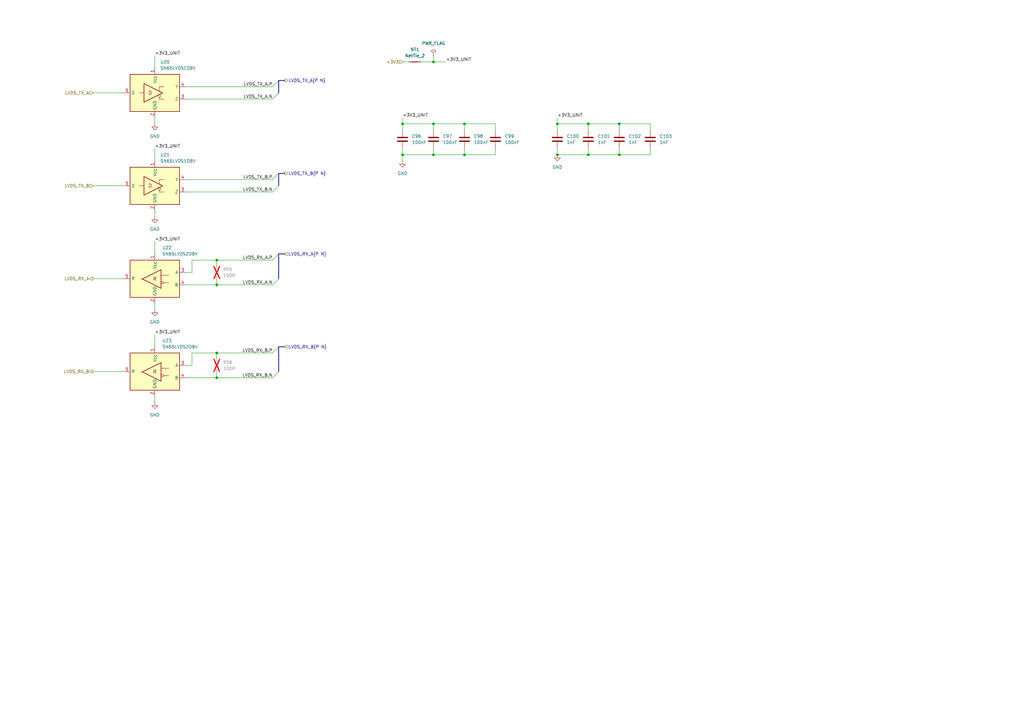
<source format=kicad_sch>
(kicad_sch (version 20231120) (generator "eeschema") (generator_version "8.0")
  (paper "A3")
  (title_block (title "CubeSat RP2040 Board") (date "2024-08-28") (rev "1") (company "Magnus Oksbøl Therkelsen") (comment 1 "Author: Magnus Oksbøl Therkelsen") (comment 2 "Checked by: "))
  (lib_symbols
    (symbol "Device:C" (pin_numbers hide) (pin_names (offset 0.254))
      (property "Reference" "C" (at 0.635 2.54 0))
      (property "Value" "C" (at 0.635 -2.54 0))
      (symbol "C_0_1"
        (polyline (pts (xy -2.032 -0.762) (xy 2.032 -0.762)) (stroke (width 0.508)))
        (polyline (pts (xy -2.032 0.762) (xy 2.032 0.762)) (stroke (width 0.508)))
      )
      (symbol "C_1_1"
        (pin passive line (at 0 3.81 270) (length 2.794) (name "~") (number "1"))
        (pin passive line (at 0 -3.81 90) (length 2.794) (name "~") (number "2"))
      )
    )
    (symbol "Device:NetTie_2" (pin_numbers hide) (pin_names (offset 0) hide) (in_bom no)
      (property "Reference" "NT" (at 0 1.27 0))
      (property "Value" "NetTie_2" (at 0 -1.27 0))
      (symbol "NetTie_2_0_1"
        (polyline (pts (xy -1.27 0) (xy 1.27 0)) (stroke (width 0.254)))
      )
      (symbol "NetTie_2_1_1"
        (pin passive line (at -2.54 0 0) (length 2.54) (name "1") (number "1"))
        (pin passive line (at 2.54 0 180) (length 2.54) (name "2") (number "2"))
      )
    )
    (symbol "Device:R_Small" (pin_numbers hide) (pin_names (offset 0.254) hide)
      (property "Reference" "R" (at 0.762 0.508 0))
      (property "Value" "R_Small" (at 0.762 -1.016 0))
      (symbol "R_Small_0_1"
        (rectangle (start -0.762 1.778) (end 0.762 -1.778) (stroke (width 0.2032)))
      )
      (symbol "R_Small_1_1"
        (pin passive line (at 0 2.54 270) (length 0.762) (name "~") (number "1"))
        (pin passive line (at 0 -2.54 90) (length 0.762) (name "~") (number "2"))
      )
    )
    (symbol "Interface:SN65LVDS1DBV"
      (property "Reference" "U" (at -8.89 8.89 0))
      (property "Value" "SN65LVDS1DBV" (at 1.27 8.89 0))
      (symbol "SN65LVDS1DBV_1_0"
        (rectangle (start -10.16 7.62) (end 10.16 -7.62) (stroke (width 0.254)) (fill (type background)))
        (polyline (pts (xy 1.905 -1.778) (xy 1.905 -2.54)))
        (polyline (pts (xy 1.905 0.635) (xy 1.905 2.54)))
        (circle (center 1.905 -1.27) (radius 0.508))
        (text "D" (at -1.905 0 0) (effects (font (size 1.524 1.524))))
      )
      (symbol "SN65LVDS1DBV_1_1"
        (polyline (pts (xy -6.35 0) (xy -4.445 0)))
        (polyline (pts (xy 1.905 -2.54) (xy 3.81 -2.54)))
        (polyline (pts (xy 3.81 2.54) (xy 1.905 2.54)))
        (polyline (pts (xy -4.445 -3.81) (xy -4.445 3.81) (xy 3.175 0) (xy -4.445 -3.81)) (stroke (width 0.254)))
        (pin power_in line (at 0 10.16 270) (length 2.54) (name "V_{CC}") (number "1"))
        (pin power_in line (at 0 -10.16 90) (length 2.54) (name "GND") (number "2"))
        (pin output line (at 12.7 -2.54 180) (length 2.54) (name "Z") (number "3"))
        (pin output line (at 12.7 2.54 180) (length 2.54) (name "Y") (number "4"))
        (pin input line (at -12.7 0 0) (length 2.54) (name "D") (number "5"))
      )
    )
    (symbol "Interface:SN65LVDS2DBV"
      (property "Reference" "U" (at -8.89 8.89 0))
      (property "Value" "SN65LVDS2DBV" (at 1.27 8.89 0))
      (symbol "SN65LVDS2DBV_1_0"
        (rectangle (start -10.16 7.62) (end 10.16 -7.62) (stroke (width 0.254)) (fill (type background)))
        (circle (center -3.175 -1.651) (radius 0.508))
        (text "R" (at 0 -0.127 0) (effects (font (size 1.524 1.524))))
      )
      (symbol "SN65LVDS2DBV_1_1"
        (polyline (pts (xy -5.715 -1.651) (xy -3.81 -1.651)))
        (polyline (pts (xy -5.715 1.397) (xy -2.667 1.397)))
        (polyline (pts (xy 5.842 -0.127) (xy 5.08 -0.127)))
        (polyline (pts (xy -2.54 -3.937) (xy -2.54 3.683) (xy 5.08 -0.127) (xy -2.54 -3.937)) (stroke (width 0.254)))
        (pin power_in line (at 0 10.16 270) (length 2.54) (name "V_{CC}") (number "1"))
        (pin power_in line (at 0 -10.16 90) (length 2.54) (name "GND") (number "2"))
        (pin input line (at -12.7 2.54 0) (length 2.54) (name "A") (number "3"))
        (pin input line (at -12.7 -2.54 0) (length 2.54) (name "B") (number "4"))
        (pin output line (at 12.7 0 180) (length 2.54) (name "R") (number "5"))
      )
    )
    (symbol "power:GND" (power) (pin_numbers hide) (pin_names (offset 0) hide)
      (property "Value" "GND" (at 0 -3.81 0))
      (symbol "GND_0_1"
        (polyline (pts (xy 0 0) (xy 0 -1.27) (xy 1.27 -1.27) (xy 0 -2.54) (xy -1.27 -1.27) (xy 0 -1.27)))
      )
      (symbol "GND_1_1"
        (pin power_in line (at 0 0 270) (length 0) (name "~") (number "1"))
      )
    )
    (symbol "power:PWR_FLAG" (power) (pin_numbers hide) (pin_names (offset 0) hide)
      (property "Value" "PWR_FLAG" (at 0 3.81 0))
      (symbol "PWR_FLAG_0_0"
        (pin power_out line (at 0 0 90) (length 0) (name "~") (number "1"))
      )
      (symbol "PWR_FLAG_0_1"
        (polyline (pts (xy 0 0) (xy 0 1.27) (xy -1.016 1.905) (xy 0 2.54) (xy 1.016 1.905) (xy 0 1.27)))
      )
    )
  )
  (junction (at 165.1 63.5))
  (junction (at 190.5 50.8))
  (junction (at 165.1 50.8))
  (junction (at 88.9 116.84))
  (junction (at 88.9 106.68))
  (junction (at 254 63.5))
  (junction (at 88.9 154.94))
  (junction (at 241.3 50.8))
  (junction (at 88.9 144.78))
  (junction (at 177.8 50.8))
  (junction (at 228.6 63.5))
  (junction (at 177.8 63.5))
  (junction (at 254 50.8))
  (junction (at 177.8 25.4))
  (junction (at 190.5 63.5))
  (junction (at 228.6 50.8))
  (junction (at 241.3 63.5))
  (bus_entry (at 111.76 106.68) (size 2.54 -2.54))
  (bus_entry (at 111.76 35.56) (size 2.54 -2.54))
  (bus_entry (at 111.76 154.94) (size 2.54 -2.54))
  (bus_entry (at 111.76 40.64) (size 2.54 -2.54))
  (bus_entry (at 111.76 73.66) (size 2.54 -2.54))
  (bus_entry (at 111.76 116.84) (size 2.54 -2.54))
  (bus_entry (at 111.76 78.74) (size 2.54 -2.54))
  (bus_entry (at 111.76 144.78) (size 2.54 -2.54))
  (wire (pts (xy 177.8 50.8) (xy 177.8 53.34)))
  (bus (pts (xy 114.3 76.2) (xy 114.3 71.12)))
  (wire (pts (xy 266.7 53.34) (xy 266.7 50.8)))
  (wire (pts (xy 254 60.96) (xy 254 63.5)))
  (wire (pts (xy 203.2 60.96) (xy 203.2 63.5)))
  (wire (pts (xy 88.9 144.78) (xy 88.9 147.32)))
  (wire (pts (xy 78.74 149.86) (xy 78.74 144.78)))
  (wire (pts (xy 88.9 152.4) (xy 88.9 154.94)))
  (wire (pts (xy 203.2 53.34) (xy 203.2 50.8)))
  (wire (pts (xy 76.2 149.86) (xy 78.74 149.86)))
  (wire (pts (xy 165.1 25.4) (xy 167.64 25.4)))
  (wire (pts (xy 172.72 25.4) (xy 177.8 25.4)))
  (wire (pts (xy 241.3 50.8) (xy 228.6 50.8)))
  (wire (pts (xy 63.5 60.96) (xy 63.5 66.04)))
  (wire (pts (xy 63.5 86.36) (xy 63.5 88.9)))
  (wire (pts (xy 228.6 50.8) (xy 228.6 53.34)))
  (wire (pts (xy 38.1 76.2) (xy 50.8 76.2)))
  (wire (pts (xy 241.3 50.8) (xy 241.3 53.34)))
  (wire (pts (xy 190.5 60.96) (xy 190.5 63.5)))
  (wire (pts (xy 63.5 162.56) (xy 63.5 165.1)))
  (wire (pts (xy 266.7 50.8) (xy 254 50.8)))
  (wire (pts (xy 78.74 111.76) (xy 78.74 106.68)))
  (wire (pts (xy 38.1 38.1) (xy 50.8 38.1)))
  (wire (pts (xy 78.74 106.68) (xy 88.9 106.68)))
  (wire (pts (xy 63.5 22.86) (xy 63.5 27.94)))
  (wire (pts (xy 177.8 22.86) (xy 177.8 25.4)))
  (wire (pts (xy 88.9 144.78) (xy 111.76 144.78)))
  (wire (pts (xy 228.6 63.5) (xy 241.3 63.5)))
  (wire (pts (xy 165.1 50.8) (xy 165.1 53.34)))
  (wire (pts (xy 190.5 50.8) (xy 177.8 50.8)))
  (wire (pts (xy 76.2 154.94) (xy 88.9 154.94)))
  (wire (pts (xy 88.9 106.68) (xy 111.76 106.68)))
  (wire (pts (xy 88.9 114.3) (xy 88.9 116.84)))
  (bus (pts (xy 114.3 114.3) (xy 114.3 104.14)))
  (bus (pts (xy 114.3 152.4) (xy 114.3 142.24)))
  (wire (pts (xy 266.7 63.5) (xy 266.7 60.96)))
  (wire (pts (xy 63.5 124.46) (xy 63.5 127)))
  (wire (pts (xy 177.8 63.5) (xy 165.1 63.5)))
  (wire (pts (xy 63.5 99.06) (xy 63.5 104.14)))
  (wire (pts (xy 165.1 60.96) (xy 165.1 63.5)))
  (wire (pts (xy 190.5 50.8) (xy 190.5 53.34)))
  (bus (pts (xy 114.3 142.24) (xy 116.84 142.24)))
  (wire (pts (xy 241.3 60.96) (xy 241.3 63.5)))
  (bus (pts (xy 114.3 38.1) (xy 114.3 33.02)))
  (wire (pts (xy 63.5 137.16) (xy 63.5 142.24)))
  (wire (pts (xy 177.8 50.8) (xy 165.1 50.8)))
  (wire (pts (xy 165.1 48.26) (xy 165.1 50.8)))
  (bus (pts (xy 114.3 104.14) (xy 116.84 104.14)))
  (wire (pts (xy 165.1 63.5) (xy 165.1 66.04)))
  (wire (pts (xy 76.2 111.76) (xy 78.74 111.76)))
  (wire (pts (xy 88.9 154.94) (xy 111.76 154.94)))
  (wire (pts (xy 76.2 35.56) (xy 111.76 35.56)))
  (wire (pts (xy 38.1 114.3) (xy 50.8 114.3)))
  (wire (pts (xy 63.5 48.26) (xy 63.5 50.8)))
  (wire (pts (xy 228.6 48.26) (xy 228.6 50.8)))
  (wire (pts (xy 177.8 60.96) (xy 177.8 63.5)))
  (bus (pts (xy 114.3 71.12) (xy 116.84 71.12)))
  (wire (pts (xy 88.9 116.84) (xy 111.76 116.84)))
  (wire (pts (xy 177.8 25.4) (xy 182.88 25.4)))
  (wire (pts (xy 254 50.8) (xy 254 53.34)))
  (wire (pts (xy 78.74 144.78) (xy 88.9 144.78)))
  (wire (pts (xy 38.1 152.4) (xy 50.8 152.4)))
  (bus (pts (xy 114.3 33.02) (xy 116.84 33.02)))
  (wire (pts (xy 88.9 106.68) (xy 88.9 109.22)))
  (wire (pts (xy 254 50.8) (xy 241.3 50.8)))
  (wire (pts (xy 76.2 78.74) (xy 111.76 78.74)))
  (wire (pts (xy 228.6 60.96) (xy 228.6 63.5)))
  (wire (pts (xy 203.2 50.8) (xy 190.5 50.8)))
  (wire (pts (xy 254 63.5) (xy 266.7 63.5)))
  (wire (pts (xy 241.3 63.5) (xy 254 63.5)))
  (wire (pts (xy 76.2 40.64) (xy 111.76 40.64)))
  (wire (pts (xy 76.2 73.66) (xy 111.76 73.66)))
  (wire (pts (xy 190.5 63.5) (xy 177.8 63.5)))
  (wire (pts (xy 76.2 116.84) (xy 88.9 116.84)))
  (wire (pts (xy 203.2 63.5) (xy 190.5 63.5)))
  (label "+3V3_UNIT" (at 63.5 22.86 0))
  (label "LVDS_TX_A.N" (at 111.76 40.64 180))
  (label "+3V3_UNIT" (at 63.5 60.96 0))
  (label "LVDS_TX_B.P" (at 111.76 73.66 180))
  (label "LVDS_RX_A.N" (at 111.76 116.84 180))
  (label "+3V3_UNIT" (at 63.5 99.06 0))
  (label "+3V3_UNIT" (at 63.5 137.16 0))
  (label "+3V3_UNIT" (at 182.88 25.4 0))
  (label "LVDS_RX_B.N" (at 111.76 154.94 180))
  (label "+3V3_UNIT" (at 165.1 48.26 0))
  (label "LVDS_TX_B.N" (at 111.76 78.74 180))
  (label "LVDS_RX_B.P" (at 111.76 144.78 180))
  (label "+3V3_UNIT" (at 228.6 48.26 0))
  (label "LVDS_RX_A.P" (at 111.76 106.68 180))
  (label "LVDS_TX_A.P" (at 111.76 35.56 180))
  (hierarchical_label "LVDS_TX_A" (shape input) (at 38.1 38.1 180))
  (hierarchical_label "LVDS_TX_B" (shape input) (at 38.1 76.2 180))
  (hierarchical_label "LVDS_RX_A" (shape output) (at 38.1 114.3 180))
  (hierarchical_label "LVDS_TX_A{P N}" (shape output) (at 116.84 33.02 0))
  (hierarchical_label "LVDS_TX_B{P N}" (shape output) (at 116.84 71.12 0))
  (hierarchical_label "LVDS_RX_B" (shape output) (at 38.1 152.4 180))
  (hierarchical_label "LVDS_RX_B{P N}" (shape input) (at 116.84 142.24 0))
  (hierarchical_label "+3V3" (shape input) (at 165.1 25.4 180))
  (hierarchical_label "LVDS_RX_A{P N}" (shape input) (at 116.84 104.14 0))
  (symbol (lib_id "Interface:SN65LVDS2DBV") (at 63.5 114.3 0) (mirror y) (unit 1)
    (property "Reference" "U22" (at 66.5165 101.6 0) (effects (justify right)))
    (property "Value" "SN65LVDS2DBV" (at 66.5165 104.14 0) (effects (justify right)))
    (property "Footprint" "Package_TO_SOT_SMD:SOT-23-5" (effects (hide yes)))
    (property "Datasheet" "https://www.ti.com/lit/ds/symlink/sn65lvds2.pdf" (effects (hide yes)))
    (property "Description" "High-Speed Differential Line Receiver, 630Mbps, SOT-23-5" (effects (hide yes)))
  )
  (symbol (lib_id "Device:C") (at 165.1 57.15 0) (unit 1)
    (property "Reference" "C96" (at 168.91 55.8799 0) (effects (justify left)))
    (property "Value" "100nF" (at 168.91 58.4199 0) (effects (justify left)))
    (property "Footprint" "cubesat_rp2040:C_0402_1005Metric" (effects (hide yes)))
    (property "Description" "Unpolarized capacitor" (effects (hide yes)))
  )
  (symbol (lib_id "power:GND") (at 63.5 127 0) (unit 1)
    (property "Reference" "#PWR0104" (effects (hide yes)))
    (property "Value" "GND" (at 63.5 132.08 0))
    (property "Description" "Power symbol creates a global label with name \"GND\" , ground" (effects (hide yes)))
  )
  (symbol (lib_id "Device:C") (at 203.2 57.15 0) (unit 1)
    (property "Reference" "C99" (at 207.01 55.8799 0) (effects (justify left)))
    (property "Value" "100nF" (at 207.01 58.4199 0) (effects (justify left)))
    (property "Footprint" "cubesat_rp2040:C_0402_1005Metric" (effects (hide yes)))
    (property "Description" "Unpolarized capacitor" (effects (hide yes)))
  )
  (symbol (lib_id "power:GND") (at 63.5 165.1 0) (unit 1)
    (property "Reference" "#PWR0105" (effects (hide yes)))
    (property "Value" "GND" (at 63.5 170.18 0))
    (property "Description" "Power symbol creates a global label with name \"GND\" , ground" (effects (hide yes)))
  )
  (symbol (lib_id "Interface:SN65LVDS2DBV") (at 63.5 152.4 0) (mirror y) (unit 1)
    (property "Reference" "U23" (at 66.5165 139.7 0) (effects (justify right)))
    (property "Value" "SN65LVDS2DBV" (at 66.5165 142.24 0) (effects (justify right)))
    (property "Footprint" "Package_TO_SOT_SMD:SOT-23-5" (effects (hide yes)))
    (property "Datasheet" "https://www.ti.com/lit/ds/symlink/sn65lvds2.pdf" (effects (hide yes)))
    (property "Description" "High-Speed Differential Line Receiver, 630Mbps, SOT-23-5" (effects (hide yes)))
  )
  (symbol (lib_id "Device:C") (at 190.5 57.15 0) (unit 1)
    (property "Reference" "C98" (at 194.31 55.8799 0) (effects (justify left)))
    (property "Value" "100nF" (at 194.31 58.4199 0) (effects (justify left)))
    (property "Footprint" "cubesat_rp2040:C_0402_1005Metric" (effects (hide yes)))
    (property "Description" "Unpolarized capacitor" (effects (hide yes)))
  )
  (symbol (lib_id "Device:C") (at 177.8 57.15 0) (unit 1)
    (property "Reference" "C97" (at 181.61 55.8799 0) (effects (justify left)))
    (property "Value" "100nF" (at 181.61 58.4199 0) (effects (justify left)))
    (property "Footprint" "cubesat_rp2040:C_0402_1005Metric" (effects (hide yes)))
    (property "Description" "Unpolarized capacitor" (effects (hide yes)))
  )
  (symbol (lib_id "Device:C") (at 228.6 57.15 0) (unit 1)
    (property "Reference" "C100" (at 232.41 55.8799 0) (effects (justify left)))
    (property "Value" "1nF" (at 232.41 58.4199 0) (effects (justify left)))
    (property "Footprint" "cubesat_rp2040:C_0402_1005Metric" (effects (hide yes)))
    (property "Description" "Unpolarized capacitor" (effects (hide yes)))
  )
  (symbol (lib_id "power:GND") (at 63.5 50.8 0) (unit 1)
    (property "Reference" "#PWR0102" (effects (hide yes)))
    (property "Value" "GND" (at 63.5 55.88 0))
    (property "Description" "Power symbol creates a global label with name \"GND\" , ground" (effects (hide yes)))
  )
  (symbol (lib_id "Interface:SN65LVDS1DBV") (at 63.5 38.1 0) (unit 1)
    (property "Reference" "U20" (at 65.6941 25.4 0) (effects (justify left)))
    (property "Value" "SN65LVDS1DBV" (at 65.6941 27.94 0) (effects (justify left)))
    (property "Footprint" "Package_TO_SOT_SMD:SOT-23-5" (effects (hide yes)))
    (property "Datasheet" "http://www.ti.com/lit/ds/symlink/sn65lvds1.pdf" (effects (hide yes)))
    (property "Description" "High-Speed Differential Line Driver, 630Mbps, SOT-23-5" (effects (hide yes)))
  )
  (symbol (lib_id "Interface:SN65LVDS1DBV") (at 63.5 76.2 0) (unit 1)
    (property "Reference" "U21" (at 65.6941 63.5 0) (effects (justify left)))
    (property "Value" "SN65LVDS1DBV" (at 65.6941 66.04 0) (effects (justify left)))
    (property "Footprint" "Package_TO_SOT_SMD:SOT-23-5" (effects (hide yes)))
    (property "Datasheet" "http://www.ti.com/lit/ds/symlink/sn65lvds1.pdf" (effects (hide yes)))
    (property "Description" "High-Speed Differential Line Driver, 630Mbps, SOT-23-5" (effects (hide yes)))
  )
  (symbol (lib_id "power:GND") (at 165.1 66.04 0) (unit 1)
    (property "Reference" "#PWR0106" (effects (hide yes)))
    (property "Value" "GND" (at 165.1 71.12 0))
    (property "Description" "Power symbol creates a global label with name \"GND\" , ground" (effects (hide yes)))
  )
  (symbol (lib_id "Device:C") (at 241.3 57.15 0) (unit 1)
    (property "Reference" "C101" (at 245.11 55.8799 0) (effects (justify left)))
    (property "Value" "1nF" (at 245.11 58.4199 0) (effects (justify left)))
    (property "Footprint" "cubesat_rp2040:C_0402_1005Metric" (effects (hide yes)))
    (property "Description" "Unpolarized capacitor" (effects (hide yes)))
  )
  (symbol (lib_id "Device:R_Small") (at 88.9 111.76 0) (unit 1) (dnp yes)
    (property "Reference" "R55" (at 91.44 110.4899 0) (effects (justify left)))
    (property "Value" "100R" (at 91.44 113.0299 0) (effects (justify left)))
    (property "Footprint" "cubesat_rp2040:R_0402_1005Metric" (effects (hide yes)))
    (property "Description" "Resistor, small symbol" (effects (hide yes)))
    (property "LCSC_Part_Number" "C191569" (effects (hide yes)))
    (property "Manufacturer_Name" "PANASONIC" (effects (hide yes)))
    (property "Manufacturer_Part_Number" "ERA2AED104X" (effects (hide yes)))
  )
  (symbol (lib_id "Device:C") (at 254 57.15 0) (unit 1)
    (property "Reference" "C102" (at 257.81 55.8799 0) (effects (justify left)))
    (property "Value" "1nF" (at 257.81 58.4199 0) (effects (justify left)))
    (property "Footprint" "cubesat_rp2040:C_0402_1005Metric" (effects (hide yes)))
    (property "Description" "Unpolarized capacitor" (effects (hide yes)))
  )
  (symbol (lib_id "power:PWR_FLAG") (at 177.8 22.86 0) (unit 1)
    (property "Reference" "#FLG07" (effects (hide yes)))
    (property "Value" "PWR_FLAG" (at 177.8 17.78 0))
    (property "Description" "Special symbol for telling ERC where power comes from" (effects (hide yes)))
  )
  (symbol (lib_id "power:GND") (at 63.5 88.9 0) (unit 1)
    (property "Reference" "#PWR0103" (effects (hide yes)))
    (property "Value" "GND" (at 63.5 93.98 0))
    (property "Description" "Power symbol creates a global label with name \"GND\" , ground" (effects (hide yes)))
  )
  (symbol (lib_id "power:GND") (at 228.6 63.5 0) (unit 1)
    (property "Reference" "#PWR0107" (effects (hide yes)))
    (property "Value" "GND" (at 228.6 68.58 0))
    (property "Description" "Power symbol creates a global label with name \"GND\" , ground" (effects (hide yes)))
  )
  (symbol (lib_id "Device:NetTie_2") (at 170.18 25.4 0) (unit 1) (in_bom no)
    (property "Reference" "NT1" (at 170.18 20.32 0))
    (property "Value" "NetTie_2" (at 170.18 22.86 0))
    (property "Description" "Net tie, 2 pins" (effects (hide yes)))
  )
  (symbol (lib_id "Device:R_Small") (at 88.9 149.86 0) (unit 1) (dnp yes)
    (property "Reference" "R56" (at 91.44 148.5899 0) (effects (justify left)))
    (property "Value" "100R" (at 91.44 151.1299 0) (effects (justify left)))
    (property "Footprint" "cubesat_rp2040:R_0402_1005Metric" (effects (hide yes)))
    (property "Description" "Resistor, small symbol" (effects (hide yes)))
    (property "LCSC_Part_Number" "C191569" (effects (hide yes)))
    (property "Manufacturer_Name" "PANASONIC" (effects (hide yes)))
    (property "Manufacturer_Part_Number" "ERA2AED104X" (effects (hide yes)))
  )
  (symbol (lib_id "Device:C") (at 266.7 57.15 0) (unit 1)
    (property "Reference" "C103" (at 270.51 55.8799 0) (effects (justify left)))
    (property "Value" "1nF" (at 270.51 58.4199 0) (effects (justify left)))
    (property "Footprint" "cubesat_rp2040:C_0402_1005Metric" (effects (hide yes)))
    (property "Description" "Unpolarized capacitor" (effects (hide yes)))
  )
)
</source>
